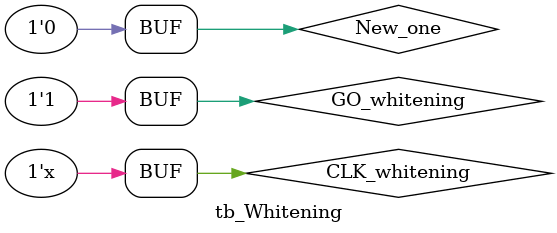
<source format=v>
`timescale 100ps/100ps

module tb_Whitening;
	reg GO_whitening;
	reg CLK_whitening;
	reg New_one;

	wire Whitening_busy;
	wire signed [15:0] Z1;
	wire signed [15:0] Z2;
	wire signed [15:0] Z3;
	wire signed [15:0] Z4;
	
	wire signed [25:0] V11;
	wire signed [25:0] V12;
	wire signed [25:0] V13;
	wire signed [25:0] V14;
	wire signed [25:0] V21;
	wire signed [25:0] V22;
	wire signed [25:0] V23;
	wire signed [25:0] V24;
	wire signed [25:0] V31;
	wire signed [25:0] V32;
	wire signed [25:0] V33;
	wire signed [25:0] V34;
	wire signed [25:0] V41;
	wire signed [25:0] V42;
	wire signed [25:0] V43;
	wire signed [25:0] V44;
	
	wire signed [15:0] C11;
	wire signed [15:0] C12;
	wire signed [15:0] C13;
	wire signed [15:0] C14;
	wire signed [15:0] C21;
	wire signed [15:0] C22;
	wire signed [15:0] C23;
	wire signed [15:0] C24;
	wire signed [15:0] C31;
	wire signed [15:0] C32;
	wire signed [15:0] C33;
	wire signed [15:0] C34;
	wire signed [15:0] C41;
	wire signed [15:0] C42;
	wire signed [15:0] C43;
	wire signed [15:0] C44;

Whitening_block white_block(
	.GO_whitening(GO_whitening),
	.CLK_whitening(CLK_whitening),
	.New_one(New_one),

	.Whitening_busy(Whitening_busy),
	.Z1(Z1),
	.Z2(Z2),
	.Z3(Z3),
	.Z4(Z4),
	
	.V11(V11),
	.V12(V12),
	.V13(V13),
	.V14(V14),
	.V21(V21),
	.V22(V22),
	.V23(V23),
	.V24(V24),
	.V31(V31),
	.V32(V32),
	.V33(V33),
	.V34(V34),
	.V41(V41),
	.V42(V42),
	.V43(V43),
	.V44(V44),
	
	.C11(C11),
	.C12(C12),
	.C13(C13),
	.C14(C14),
	.C21(C21),
	.C22(C22),
	.C23(C23),
	.C24(C24),
	.C31(C31),
	.C32(C32),
	.C33(C33),
	.C34(C34),
	.C41(C41),
	.C42(C42),
	.C43(C43),
	.C44(C44)
);
always #1 CLK_whitening=~CLK_whitening;

initial  begin
	CLK_whitening = 0;
	GO_whitening = 1'b0;
	New_one = 0;

	#2
	GO_whitening = 1'b1;
	
end


endmodule
</source>
